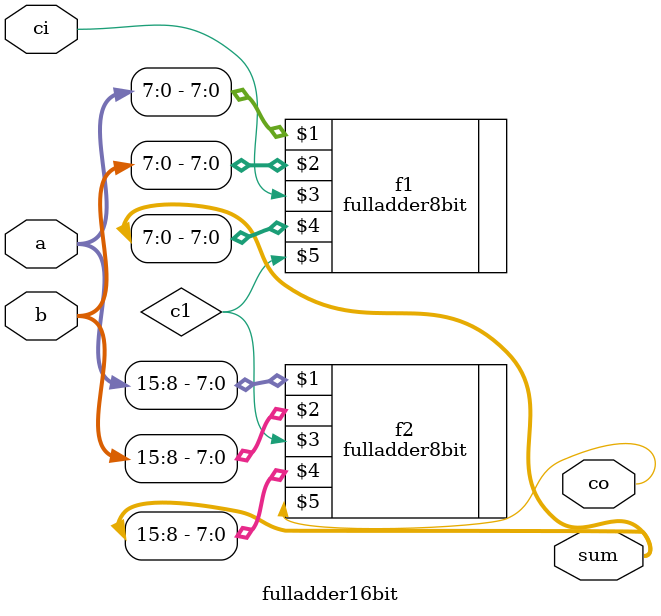
<source format=v>
`include "fulladder8bit.v"

module fulladder16bit(a,b,ci,sum,co);

input [15:0] a,b;
input ci;
output [15:0] sum;
output co;
wire c1;
fulladder8bit f1(a[7:0],b[7:0],ci,sum[7:0],c1);
fulladder8bit f2(a[15:8],b[15:8],c1,sum[15:8],co);

endmodule

</source>
